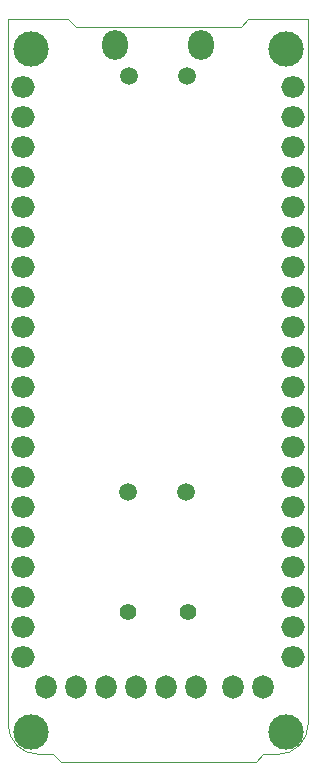
<source format=gbs>
G04 #@! TF.FileFunction,Soldermask,Bot*
%FSLAX46Y46*%
G04 Gerber Fmt 4.6, Leading zero omitted, Abs format (unit mm)*
G04 Created by KiCad (PCBNEW 4.0.4-stable) date 08/11/17 11:51:25*
%MOMM*%
%LPD*%
G01*
G04 APERTURE LIST*
%ADD10C,0.150000*%
%ADD11C,0.100000*%
%ADD12O,1.800000X2.000000*%
%ADD13O,2.000000X1.800000*%
%ADD14C,3.000000*%
%ADD15C,1.500000*%
%ADD16O,2.200000X2.500000*%
%ADD17C,1.397000*%
G04 APERTURE END LIST*
D10*
D11*
X136144000Y-85090000D02*
X143256000Y-85090000D01*
X129540000Y-146685000D02*
X130810000Y-146685000D01*
X148590000Y-146685000D02*
X149225000Y-146685000D01*
X147955000Y-147320000D02*
X148590000Y-146685000D01*
X131445000Y-147320000D02*
X147955000Y-147320000D01*
X130810000Y-146685000D02*
X131445000Y-147320000D01*
X132080000Y-84455000D02*
X127000000Y-84455000D01*
X132715000Y-85090000D02*
X132080000Y-84455000D01*
X133985000Y-85090000D02*
X132715000Y-85090000D01*
X136144000Y-85090000D02*
X135890000Y-85090000D01*
X143510000Y-85090000D02*
X143256000Y-85090000D01*
X146050000Y-85090000D02*
X143510000Y-85090000D01*
X134620000Y-85090000D02*
X135890000Y-85090000D01*
X149225000Y-146685000D02*
X149860000Y-146685000D01*
X146685000Y-85090000D02*
X146050000Y-85090000D01*
X147320000Y-84455000D02*
X146685000Y-85090000D01*
X152400000Y-84455000D02*
X147320000Y-84455000D01*
X152400000Y-85090000D02*
X152400000Y-84455000D01*
X133985000Y-85090000D02*
X134620000Y-85090000D01*
X127000000Y-85090000D02*
X127000000Y-84455000D01*
X127000000Y-144145000D02*
X127000000Y-140335000D01*
X152400000Y-142875000D02*
X152400000Y-144145000D01*
X127000000Y-144145000D02*
G75*
G03X129540000Y-146685000I2540000J0D01*
G01*
X149860000Y-146685000D02*
G75*
G03X152400000Y-144145000I0J2540000D01*
G01*
X127000000Y-139700000D02*
X127000000Y-140335000D01*
X152400000Y-139700000D02*
X152400000Y-142875000D01*
X152400000Y-85090000D02*
X152400000Y-90170000D01*
X127000000Y-90170000D02*
X127000000Y-85090000D01*
X152400000Y-90170000D02*
X152400000Y-139700000D01*
X127000000Y-90170000D02*
X127000000Y-139700000D01*
D12*
X142875000Y-140970000D03*
X140335000Y-140970000D03*
X137795000Y-140970000D03*
X135255000Y-140970000D03*
X132715000Y-140970000D03*
X130175000Y-140970000D03*
X146050000Y-140970000D03*
X148590000Y-140970000D03*
D13*
X151130000Y-115570000D03*
X151130000Y-118110000D03*
X151130000Y-120650000D03*
X151130000Y-123190000D03*
X151130000Y-125730000D03*
X151130000Y-128270000D03*
X151130000Y-130810000D03*
X151130000Y-133350000D03*
X151130000Y-135890000D03*
X151130000Y-138430000D03*
X128270000Y-138430000D03*
X128270000Y-135890000D03*
X128270000Y-133350000D03*
X128270000Y-130810000D03*
X128270000Y-128270000D03*
X128270000Y-125730000D03*
X128270000Y-123190000D03*
X128270000Y-120650000D03*
X128270000Y-118110000D03*
X128270000Y-115570000D03*
X151130000Y-90170000D03*
X151130000Y-92710000D03*
X151130000Y-95250000D03*
X151130000Y-97790000D03*
X151130000Y-100330000D03*
X151130000Y-102870000D03*
X151130000Y-105410000D03*
X151130000Y-107950000D03*
X151130000Y-110490000D03*
X151130000Y-113030000D03*
X128270000Y-113030000D03*
X128270000Y-110490000D03*
X128270000Y-107950000D03*
X128270000Y-105410000D03*
X128270000Y-102870000D03*
X128270000Y-100330000D03*
X128270000Y-97790000D03*
X128270000Y-95250000D03*
X128270000Y-92710000D03*
X128270000Y-90170000D03*
D14*
X150495000Y-86995000D03*
X128905000Y-86995000D03*
X150495000Y-144780000D03*
X128905000Y-144780000D03*
D15*
X142125000Y-89281000D03*
D16*
X143325000Y-86631000D03*
D15*
X137275000Y-89281000D03*
D16*
X136075000Y-86631000D03*
D17*
X142240000Y-134620000D03*
X137160000Y-134620000D03*
D15*
X137160000Y-124460000D03*
X142060000Y-124460000D03*
M02*

</source>
